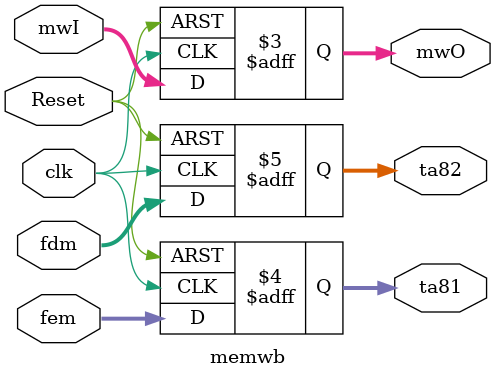
<source format=v>
`timescale 1ns / 1ps
module memwb(
    input [31:0] mwI,fem,fdm,
	 input clk,Reset,
	 output reg[31:0] mwO,ta81,ta82
    );
	 always @(posedge clk or negedge Reset)
	 if (Reset == 0)
	   begin
		mwO <= 0; ta81 <= 0; ta82 <= 0;
		end
	 
	 else
	   begin
		mwO <= mwI; ta81 <= fem; ta82 <= fdm;
		end


endmodule

</source>
